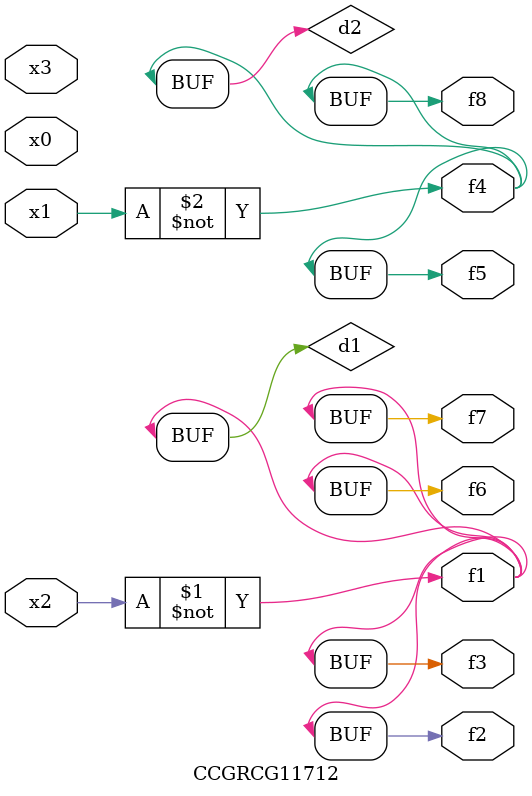
<source format=v>
module CCGRCG11712(
	input x0, x1, x2, x3,
	output f1, f2, f3, f4, f5, f6, f7, f8
);

	wire d1, d2;

	xnor (d1, x2);
	not (d2, x1);
	assign f1 = d1;
	assign f2 = d1;
	assign f3 = d1;
	assign f4 = d2;
	assign f5 = d2;
	assign f6 = d1;
	assign f7 = d1;
	assign f8 = d2;
endmodule

</source>
